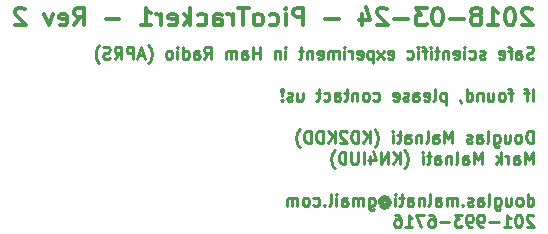
<source format=gbr>
G04 #@! TF.GenerationSoftware,KiCad,Pcbnew,(5.1.0)-1*
G04 #@! TF.CreationDate,2019-05-24T17:14:51-04:00*
G04 #@! TF.ProjectId,PicoTracker1Rev2,5069636f-5472-4616-936b-657231526576,rev?*
G04 #@! TF.SameCoordinates,Original*
G04 #@! TF.FileFunction,Legend,Bot*
G04 #@! TF.FilePolarity,Positive*
%FSLAX46Y46*%
G04 Gerber Fmt 4.6, Leading zero omitted, Abs format (unit mm)*
G04 Created by KiCad (PCBNEW (5.1.0)-1) date 2019-05-24 17:14:51*
%MOMM*%
%LPD*%
G04 APERTURE LIST*
%ADD10C,0.254000*%
%ADD11C,0.300000*%
G04 APERTURE END LIST*
D10*
X230781376Y-173004238D02*
X230636233Y-173052619D01*
X230394328Y-173052619D01*
X230297566Y-173004238D01*
X230249185Y-172955857D01*
X230200804Y-172859095D01*
X230200804Y-172762333D01*
X230249185Y-172665571D01*
X230297566Y-172617190D01*
X230394328Y-172568809D01*
X230587852Y-172520428D01*
X230684614Y-172472047D01*
X230732995Y-172423666D01*
X230781376Y-172326904D01*
X230781376Y-172230142D01*
X230732995Y-172133380D01*
X230684614Y-172085000D01*
X230587852Y-172036619D01*
X230345947Y-172036619D01*
X230200804Y-172085000D01*
X229329947Y-173052619D02*
X229329947Y-172520428D01*
X229378328Y-172423666D01*
X229475090Y-172375285D01*
X229668614Y-172375285D01*
X229765376Y-172423666D01*
X229329947Y-173004238D02*
X229426709Y-173052619D01*
X229668614Y-173052619D01*
X229765376Y-173004238D01*
X229813757Y-172907476D01*
X229813757Y-172810714D01*
X229765376Y-172713952D01*
X229668614Y-172665571D01*
X229426709Y-172665571D01*
X229329947Y-172617190D01*
X228991280Y-172375285D02*
X228604233Y-172375285D01*
X228846138Y-173052619D02*
X228846138Y-172181761D01*
X228797757Y-172085000D01*
X228700995Y-172036619D01*
X228604233Y-172036619D01*
X227878519Y-173004238D02*
X227975280Y-173052619D01*
X228168804Y-173052619D01*
X228265566Y-173004238D01*
X228313947Y-172907476D01*
X228313947Y-172520428D01*
X228265566Y-172423666D01*
X228168804Y-172375285D01*
X227975280Y-172375285D01*
X227878519Y-172423666D01*
X227830138Y-172520428D01*
X227830138Y-172617190D01*
X228313947Y-172713952D01*
X226668995Y-173004238D02*
X226572233Y-173052619D01*
X226378709Y-173052619D01*
X226281947Y-173004238D01*
X226233566Y-172907476D01*
X226233566Y-172859095D01*
X226281947Y-172762333D01*
X226378709Y-172713952D01*
X226523852Y-172713952D01*
X226620614Y-172665571D01*
X226668995Y-172568809D01*
X226668995Y-172520428D01*
X226620614Y-172423666D01*
X226523852Y-172375285D01*
X226378709Y-172375285D01*
X226281947Y-172423666D01*
X225362709Y-173004238D02*
X225459471Y-173052619D01*
X225652995Y-173052619D01*
X225749757Y-173004238D01*
X225798138Y-172955857D01*
X225846519Y-172859095D01*
X225846519Y-172568809D01*
X225798138Y-172472047D01*
X225749757Y-172423666D01*
X225652995Y-172375285D01*
X225459471Y-172375285D01*
X225362709Y-172423666D01*
X224927280Y-173052619D02*
X224927280Y-172375285D01*
X224927280Y-172036619D02*
X224975661Y-172085000D01*
X224927280Y-172133380D01*
X224878900Y-172085000D01*
X224927280Y-172036619D01*
X224927280Y-172133380D01*
X224056423Y-173004238D02*
X224153185Y-173052619D01*
X224346709Y-173052619D01*
X224443471Y-173004238D01*
X224491852Y-172907476D01*
X224491852Y-172520428D01*
X224443471Y-172423666D01*
X224346709Y-172375285D01*
X224153185Y-172375285D01*
X224056423Y-172423666D01*
X224008042Y-172520428D01*
X224008042Y-172617190D01*
X224491852Y-172713952D01*
X223572614Y-172375285D02*
X223572614Y-173052619D01*
X223572614Y-172472047D02*
X223524233Y-172423666D01*
X223427471Y-172375285D01*
X223282328Y-172375285D01*
X223185566Y-172423666D01*
X223137185Y-172520428D01*
X223137185Y-173052619D01*
X222798519Y-172375285D02*
X222411471Y-172375285D01*
X222653376Y-172036619D02*
X222653376Y-172907476D01*
X222604995Y-173004238D01*
X222508233Y-173052619D01*
X222411471Y-173052619D01*
X222072804Y-173052619D02*
X222072804Y-172375285D01*
X222072804Y-172036619D02*
X222121185Y-172085000D01*
X222072804Y-172133380D01*
X222024423Y-172085000D01*
X222072804Y-172036619D01*
X222072804Y-172133380D01*
X221734138Y-172375285D02*
X221347090Y-172375285D01*
X221588995Y-173052619D02*
X221588995Y-172181761D01*
X221540614Y-172085000D01*
X221443852Y-172036619D01*
X221347090Y-172036619D01*
X221008423Y-173052619D02*
X221008423Y-172375285D01*
X221008423Y-172036619D02*
X221056804Y-172085000D01*
X221008423Y-172133380D01*
X220960042Y-172085000D01*
X221008423Y-172036619D01*
X221008423Y-172133380D01*
X220089185Y-173004238D02*
X220185947Y-173052619D01*
X220379471Y-173052619D01*
X220476233Y-173004238D01*
X220524614Y-172955857D01*
X220572995Y-172859095D01*
X220572995Y-172568809D01*
X220524614Y-172472047D01*
X220476233Y-172423666D01*
X220379471Y-172375285D01*
X220185947Y-172375285D01*
X220089185Y-172423666D01*
X218492614Y-173004238D02*
X218589376Y-173052619D01*
X218782900Y-173052619D01*
X218879661Y-173004238D01*
X218928042Y-172907476D01*
X218928042Y-172520428D01*
X218879661Y-172423666D01*
X218782900Y-172375285D01*
X218589376Y-172375285D01*
X218492614Y-172423666D01*
X218444233Y-172520428D01*
X218444233Y-172617190D01*
X218928042Y-172713952D01*
X218105566Y-173052619D02*
X217573376Y-172375285D01*
X218105566Y-172375285D02*
X217573376Y-173052619D01*
X217186328Y-172375285D02*
X217186328Y-173391285D01*
X217186328Y-172423666D02*
X217089566Y-172375285D01*
X216896042Y-172375285D01*
X216799280Y-172423666D01*
X216750900Y-172472047D01*
X216702519Y-172568809D01*
X216702519Y-172859095D01*
X216750900Y-172955857D01*
X216799280Y-173004238D01*
X216896042Y-173052619D01*
X217089566Y-173052619D01*
X217186328Y-173004238D01*
X215880042Y-173004238D02*
X215976804Y-173052619D01*
X216170328Y-173052619D01*
X216267090Y-173004238D01*
X216315471Y-172907476D01*
X216315471Y-172520428D01*
X216267090Y-172423666D01*
X216170328Y-172375285D01*
X215976804Y-172375285D01*
X215880042Y-172423666D01*
X215831661Y-172520428D01*
X215831661Y-172617190D01*
X216315471Y-172713952D01*
X215396233Y-173052619D02*
X215396233Y-172375285D01*
X215396233Y-172568809D02*
X215347852Y-172472047D01*
X215299471Y-172423666D01*
X215202709Y-172375285D01*
X215105947Y-172375285D01*
X214767280Y-173052619D02*
X214767280Y-172375285D01*
X214767280Y-172036619D02*
X214815661Y-172085000D01*
X214767280Y-172133380D01*
X214718900Y-172085000D01*
X214767280Y-172036619D01*
X214767280Y-172133380D01*
X214283471Y-173052619D02*
X214283471Y-172375285D01*
X214283471Y-172472047D02*
X214235090Y-172423666D01*
X214138328Y-172375285D01*
X213993185Y-172375285D01*
X213896423Y-172423666D01*
X213848042Y-172520428D01*
X213848042Y-173052619D01*
X213848042Y-172520428D02*
X213799661Y-172423666D01*
X213702900Y-172375285D01*
X213557757Y-172375285D01*
X213460995Y-172423666D01*
X213412614Y-172520428D01*
X213412614Y-173052619D01*
X212541757Y-173004238D02*
X212638519Y-173052619D01*
X212832042Y-173052619D01*
X212928804Y-173004238D01*
X212977185Y-172907476D01*
X212977185Y-172520428D01*
X212928804Y-172423666D01*
X212832042Y-172375285D01*
X212638519Y-172375285D01*
X212541757Y-172423666D01*
X212493376Y-172520428D01*
X212493376Y-172617190D01*
X212977185Y-172713952D01*
X212057947Y-172375285D02*
X212057947Y-173052619D01*
X212057947Y-172472047D02*
X212009566Y-172423666D01*
X211912804Y-172375285D01*
X211767661Y-172375285D01*
X211670900Y-172423666D01*
X211622519Y-172520428D01*
X211622519Y-173052619D01*
X211283852Y-172375285D02*
X210896804Y-172375285D01*
X211138709Y-172036619D02*
X211138709Y-172907476D01*
X211090328Y-173004238D01*
X210993566Y-173052619D01*
X210896804Y-173052619D01*
X209784042Y-173052619D02*
X209784042Y-172375285D01*
X209784042Y-172036619D02*
X209832423Y-172085000D01*
X209784042Y-172133380D01*
X209735661Y-172085000D01*
X209784042Y-172036619D01*
X209784042Y-172133380D01*
X209300233Y-172375285D02*
X209300233Y-173052619D01*
X209300233Y-172472047D02*
X209251852Y-172423666D01*
X209155090Y-172375285D01*
X209009947Y-172375285D01*
X208913185Y-172423666D01*
X208864804Y-172520428D01*
X208864804Y-173052619D01*
X207606900Y-173052619D02*
X207606900Y-172036619D01*
X207606900Y-172520428D02*
X207026328Y-172520428D01*
X207026328Y-173052619D02*
X207026328Y-172036619D01*
X206107090Y-173052619D02*
X206107090Y-172520428D01*
X206155471Y-172423666D01*
X206252233Y-172375285D01*
X206445757Y-172375285D01*
X206542519Y-172423666D01*
X206107090Y-173004238D02*
X206203852Y-173052619D01*
X206445757Y-173052619D01*
X206542519Y-173004238D01*
X206590900Y-172907476D01*
X206590900Y-172810714D01*
X206542519Y-172713952D01*
X206445757Y-172665571D01*
X206203852Y-172665571D01*
X206107090Y-172617190D01*
X205623280Y-173052619D02*
X205623280Y-172375285D01*
X205623280Y-172472047D02*
X205574900Y-172423666D01*
X205478138Y-172375285D01*
X205332995Y-172375285D01*
X205236233Y-172423666D01*
X205187852Y-172520428D01*
X205187852Y-173052619D01*
X205187852Y-172520428D02*
X205139471Y-172423666D01*
X205042709Y-172375285D01*
X204897566Y-172375285D01*
X204800804Y-172423666D01*
X204752423Y-172520428D01*
X204752423Y-173052619D01*
X202913947Y-173052619D02*
X203252614Y-172568809D01*
X203494519Y-173052619D02*
X203494519Y-172036619D01*
X203107471Y-172036619D01*
X203010709Y-172085000D01*
X202962328Y-172133380D01*
X202913947Y-172230142D01*
X202913947Y-172375285D01*
X202962328Y-172472047D01*
X203010709Y-172520428D01*
X203107471Y-172568809D01*
X203494519Y-172568809D01*
X202043090Y-173052619D02*
X202043090Y-172520428D01*
X202091471Y-172423666D01*
X202188233Y-172375285D01*
X202381757Y-172375285D01*
X202478519Y-172423666D01*
X202043090Y-173004238D02*
X202139852Y-173052619D01*
X202381757Y-173052619D01*
X202478519Y-173004238D01*
X202526900Y-172907476D01*
X202526900Y-172810714D01*
X202478519Y-172713952D01*
X202381757Y-172665571D01*
X202139852Y-172665571D01*
X202043090Y-172617190D01*
X201123852Y-173052619D02*
X201123852Y-172036619D01*
X201123852Y-173004238D02*
X201220614Y-173052619D01*
X201414138Y-173052619D01*
X201510900Y-173004238D01*
X201559280Y-172955857D01*
X201607661Y-172859095D01*
X201607661Y-172568809D01*
X201559280Y-172472047D01*
X201510900Y-172423666D01*
X201414138Y-172375285D01*
X201220614Y-172375285D01*
X201123852Y-172423666D01*
X200640042Y-173052619D02*
X200640042Y-172375285D01*
X200640042Y-172036619D02*
X200688423Y-172085000D01*
X200640042Y-172133380D01*
X200591661Y-172085000D01*
X200640042Y-172036619D01*
X200640042Y-172133380D01*
X200011090Y-173052619D02*
X200107852Y-173004238D01*
X200156233Y-172955857D01*
X200204614Y-172859095D01*
X200204614Y-172568809D01*
X200156233Y-172472047D01*
X200107852Y-172423666D01*
X200011090Y-172375285D01*
X199865947Y-172375285D01*
X199769185Y-172423666D01*
X199720804Y-172472047D01*
X199672423Y-172568809D01*
X199672423Y-172859095D01*
X199720804Y-172955857D01*
X199769185Y-173004238D01*
X199865947Y-173052619D01*
X200011090Y-173052619D01*
X198172614Y-173439666D02*
X198220995Y-173391285D01*
X198317757Y-173246142D01*
X198366138Y-173149380D01*
X198414519Y-173004238D01*
X198462900Y-172762333D01*
X198462900Y-172568809D01*
X198414519Y-172326904D01*
X198366138Y-172181761D01*
X198317757Y-172085000D01*
X198220995Y-171939857D01*
X198172614Y-171891476D01*
X197833947Y-172762333D02*
X197350138Y-172762333D01*
X197930709Y-173052619D02*
X197592042Y-172036619D01*
X197253376Y-173052619D01*
X196914709Y-173052619D02*
X196914709Y-172036619D01*
X196527661Y-172036619D01*
X196430900Y-172085000D01*
X196382519Y-172133380D01*
X196334138Y-172230142D01*
X196334138Y-172375285D01*
X196382519Y-172472047D01*
X196430900Y-172520428D01*
X196527661Y-172568809D01*
X196914709Y-172568809D01*
X195318138Y-173052619D02*
X195656804Y-172568809D01*
X195898709Y-173052619D02*
X195898709Y-172036619D01*
X195511661Y-172036619D01*
X195414900Y-172085000D01*
X195366519Y-172133380D01*
X195318138Y-172230142D01*
X195318138Y-172375285D01*
X195366519Y-172472047D01*
X195414900Y-172520428D01*
X195511661Y-172568809D01*
X195898709Y-172568809D01*
X194931090Y-173004238D02*
X194785947Y-173052619D01*
X194544042Y-173052619D01*
X194447280Y-173004238D01*
X194398900Y-172955857D01*
X194350519Y-172859095D01*
X194350519Y-172762333D01*
X194398900Y-172665571D01*
X194447280Y-172617190D01*
X194544042Y-172568809D01*
X194737566Y-172520428D01*
X194834328Y-172472047D01*
X194882709Y-172423666D01*
X194931090Y-172326904D01*
X194931090Y-172230142D01*
X194882709Y-172133380D01*
X194834328Y-172085000D01*
X194737566Y-172036619D01*
X194495661Y-172036619D01*
X194350519Y-172085000D01*
X194011852Y-173439666D02*
X193963471Y-173391285D01*
X193866709Y-173246142D01*
X193818328Y-173149380D01*
X193769947Y-173004238D01*
X193721566Y-172762333D01*
X193721566Y-172568809D01*
X193769947Y-172326904D01*
X193818328Y-172181761D01*
X193866709Y-172085000D01*
X193963471Y-171939857D01*
X194011852Y-171891476D01*
X230732995Y-176608619D02*
X230732995Y-175592619D01*
X230394328Y-175931285D02*
X230007280Y-175931285D01*
X230249185Y-176608619D02*
X230249185Y-175737761D01*
X230200804Y-175641000D01*
X230104042Y-175592619D01*
X230007280Y-175592619D01*
X229039661Y-175931285D02*
X228652614Y-175931285D01*
X228894519Y-176608619D02*
X228894519Y-175737761D01*
X228846138Y-175641000D01*
X228749376Y-175592619D01*
X228652614Y-175592619D01*
X228168804Y-176608619D02*
X228265566Y-176560238D01*
X228313947Y-176511857D01*
X228362328Y-176415095D01*
X228362328Y-176124809D01*
X228313947Y-176028047D01*
X228265566Y-175979666D01*
X228168804Y-175931285D01*
X228023661Y-175931285D01*
X227926900Y-175979666D01*
X227878519Y-176028047D01*
X227830138Y-176124809D01*
X227830138Y-176415095D01*
X227878519Y-176511857D01*
X227926900Y-176560238D01*
X228023661Y-176608619D01*
X228168804Y-176608619D01*
X226959280Y-175931285D02*
X226959280Y-176608619D01*
X227394709Y-175931285D02*
X227394709Y-176463476D01*
X227346328Y-176560238D01*
X227249566Y-176608619D01*
X227104423Y-176608619D01*
X227007661Y-176560238D01*
X226959280Y-176511857D01*
X226475471Y-175931285D02*
X226475471Y-176608619D01*
X226475471Y-176028047D02*
X226427090Y-175979666D01*
X226330328Y-175931285D01*
X226185185Y-175931285D01*
X226088423Y-175979666D01*
X226040042Y-176076428D01*
X226040042Y-176608619D01*
X225120804Y-176608619D02*
X225120804Y-175592619D01*
X225120804Y-176560238D02*
X225217566Y-176608619D01*
X225411090Y-176608619D01*
X225507852Y-176560238D01*
X225556233Y-176511857D01*
X225604614Y-176415095D01*
X225604614Y-176124809D01*
X225556233Y-176028047D01*
X225507852Y-175979666D01*
X225411090Y-175931285D01*
X225217566Y-175931285D01*
X225120804Y-175979666D01*
X224588614Y-176560238D02*
X224588614Y-176608619D01*
X224636995Y-176705380D01*
X224685376Y-176753761D01*
X223379090Y-175931285D02*
X223379090Y-176947285D01*
X223379090Y-175979666D02*
X223282328Y-175931285D01*
X223088804Y-175931285D01*
X222992042Y-175979666D01*
X222943661Y-176028047D01*
X222895280Y-176124809D01*
X222895280Y-176415095D01*
X222943661Y-176511857D01*
X222992042Y-176560238D01*
X223088804Y-176608619D01*
X223282328Y-176608619D01*
X223379090Y-176560238D01*
X222314709Y-176608619D02*
X222411471Y-176560238D01*
X222459852Y-176463476D01*
X222459852Y-175592619D01*
X221540614Y-176560238D02*
X221637376Y-176608619D01*
X221830900Y-176608619D01*
X221927661Y-176560238D01*
X221976042Y-176463476D01*
X221976042Y-176076428D01*
X221927661Y-175979666D01*
X221830900Y-175931285D01*
X221637376Y-175931285D01*
X221540614Y-175979666D01*
X221492233Y-176076428D01*
X221492233Y-176173190D01*
X221976042Y-176269952D01*
X220621376Y-176608619D02*
X220621376Y-176076428D01*
X220669757Y-175979666D01*
X220766519Y-175931285D01*
X220960042Y-175931285D01*
X221056804Y-175979666D01*
X220621376Y-176560238D02*
X220718138Y-176608619D01*
X220960042Y-176608619D01*
X221056804Y-176560238D01*
X221105185Y-176463476D01*
X221105185Y-176366714D01*
X221056804Y-176269952D01*
X220960042Y-176221571D01*
X220718138Y-176221571D01*
X220621376Y-176173190D01*
X220185947Y-176560238D02*
X220089185Y-176608619D01*
X219895661Y-176608619D01*
X219798900Y-176560238D01*
X219750519Y-176463476D01*
X219750519Y-176415095D01*
X219798900Y-176318333D01*
X219895661Y-176269952D01*
X220040804Y-176269952D01*
X220137566Y-176221571D01*
X220185947Y-176124809D01*
X220185947Y-176076428D01*
X220137566Y-175979666D01*
X220040804Y-175931285D01*
X219895661Y-175931285D01*
X219798900Y-175979666D01*
X218928042Y-176560238D02*
X219024804Y-176608619D01*
X219218328Y-176608619D01*
X219315090Y-176560238D01*
X219363471Y-176463476D01*
X219363471Y-176076428D01*
X219315090Y-175979666D01*
X219218328Y-175931285D01*
X219024804Y-175931285D01*
X218928042Y-175979666D01*
X218879661Y-176076428D01*
X218879661Y-176173190D01*
X219363471Y-176269952D01*
X217234709Y-176560238D02*
X217331471Y-176608619D01*
X217524995Y-176608619D01*
X217621757Y-176560238D01*
X217670138Y-176511857D01*
X217718519Y-176415095D01*
X217718519Y-176124809D01*
X217670138Y-176028047D01*
X217621757Y-175979666D01*
X217524995Y-175931285D01*
X217331471Y-175931285D01*
X217234709Y-175979666D01*
X216654138Y-176608619D02*
X216750900Y-176560238D01*
X216799280Y-176511857D01*
X216847661Y-176415095D01*
X216847661Y-176124809D01*
X216799280Y-176028047D01*
X216750900Y-175979666D01*
X216654138Y-175931285D01*
X216508995Y-175931285D01*
X216412233Y-175979666D01*
X216363852Y-176028047D01*
X216315471Y-176124809D01*
X216315471Y-176415095D01*
X216363852Y-176511857D01*
X216412233Y-176560238D01*
X216508995Y-176608619D01*
X216654138Y-176608619D01*
X215880042Y-175931285D02*
X215880042Y-176608619D01*
X215880042Y-176028047D02*
X215831661Y-175979666D01*
X215734900Y-175931285D01*
X215589757Y-175931285D01*
X215492995Y-175979666D01*
X215444614Y-176076428D01*
X215444614Y-176608619D01*
X215105947Y-175931285D02*
X214718900Y-175931285D01*
X214960804Y-175592619D02*
X214960804Y-176463476D01*
X214912423Y-176560238D01*
X214815661Y-176608619D01*
X214718900Y-176608619D01*
X213944804Y-176608619D02*
X213944804Y-176076428D01*
X213993185Y-175979666D01*
X214089947Y-175931285D01*
X214283471Y-175931285D01*
X214380233Y-175979666D01*
X213944804Y-176560238D02*
X214041566Y-176608619D01*
X214283471Y-176608619D01*
X214380233Y-176560238D01*
X214428614Y-176463476D01*
X214428614Y-176366714D01*
X214380233Y-176269952D01*
X214283471Y-176221571D01*
X214041566Y-176221571D01*
X213944804Y-176173190D01*
X213025566Y-176560238D02*
X213122328Y-176608619D01*
X213315852Y-176608619D01*
X213412614Y-176560238D01*
X213460995Y-176511857D01*
X213509376Y-176415095D01*
X213509376Y-176124809D01*
X213460995Y-176028047D01*
X213412614Y-175979666D01*
X213315852Y-175931285D01*
X213122328Y-175931285D01*
X213025566Y-175979666D01*
X212735280Y-175931285D02*
X212348233Y-175931285D01*
X212590138Y-175592619D02*
X212590138Y-176463476D01*
X212541757Y-176560238D01*
X212444995Y-176608619D01*
X212348233Y-176608619D01*
X210800042Y-175931285D02*
X210800042Y-176608619D01*
X211235471Y-175931285D02*
X211235471Y-176463476D01*
X211187090Y-176560238D01*
X211090328Y-176608619D01*
X210945185Y-176608619D01*
X210848423Y-176560238D01*
X210800042Y-176511857D01*
X210364614Y-176560238D02*
X210267852Y-176608619D01*
X210074328Y-176608619D01*
X209977566Y-176560238D01*
X209929185Y-176463476D01*
X209929185Y-176415095D01*
X209977566Y-176318333D01*
X210074328Y-176269952D01*
X210219471Y-176269952D01*
X210316233Y-176221571D01*
X210364614Y-176124809D01*
X210364614Y-176076428D01*
X210316233Y-175979666D01*
X210219471Y-175931285D01*
X210074328Y-175931285D01*
X209977566Y-175979666D01*
X209493757Y-176511857D02*
X209445376Y-176560238D01*
X209493757Y-176608619D01*
X209542138Y-176560238D01*
X209493757Y-176511857D01*
X209493757Y-176608619D01*
X209493757Y-176221571D02*
X209542138Y-175641000D01*
X209493757Y-175592619D01*
X209445376Y-175641000D01*
X209493757Y-176221571D01*
X209493757Y-175592619D01*
X230732995Y-180164619D02*
X230732995Y-179148619D01*
X230491090Y-179148619D01*
X230345947Y-179197000D01*
X230249185Y-179293761D01*
X230200804Y-179390523D01*
X230152423Y-179584047D01*
X230152423Y-179729190D01*
X230200804Y-179922714D01*
X230249185Y-180019476D01*
X230345947Y-180116238D01*
X230491090Y-180164619D01*
X230732995Y-180164619D01*
X229571852Y-180164619D02*
X229668614Y-180116238D01*
X229716995Y-180067857D01*
X229765376Y-179971095D01*
X229765376Y-179680809D01*
X229716995Y-179584047D01*
X229668614Y-179535666D01*
X229571852Y-179487285D01*
X229426709Y-179487285D01*
X229329947Y-179535666D01*
X229281566Y-179584047D01*
X229233185Y-179680809D01*
X229233185Y-179971095D01*
X229281566Y-180067857D01*
X229329947Y-180116238D01*
X229426709Y-180164619D01*
X229571852Y-180164619D01*
X228362328Y-179487285D02*
X228362328Y-180164619D01*
X228797757Y-179487285D02*
X228797757Y-180019476D01*
X228749376Y-180116238D01*
X228652614Y-180164619D01*
X228507471Y-180164619D01*
X228410709Y-180116238D01*
X228362328Y-180067857D01*
X227443090Y-179487285D02*
X227443090Y-180309761D01*
X227491471Y-180406523D01*
X227539852Y-180454904D01*
X227636614Y-180503285D01*
X227781757Y-180503285D01*
X227878519Y-180454904D01*
X227443090Y-180116238D02*
X227539852Y-180164619D01*
X227733376Y-180164619D01*
X227830138Y-180116238D01*
X227878519Y-180067857D01*
X227926900Y-179971095D01*
X227926900Y-179680809D01*
X227878519Y-179584047D01*
X227830138Y-179535666D01*
X227733376Y-179487285D01*
X227539852Y-179487285D01*
X227443090Y-179535666D01*
X226814138Y-180164619D02*
X226910900Y-180116238D01*
X226959280Y-180019476D01*
X226959280Y-179148619D01*
X225991661Y-180164619D02*
X225991661Y-179632428D01*
X226040042Y-179535666D01*
X226136804Y-179487285D01*
X226330328Y-179487285D01*
X226427090Y-179535666D01*
X225991661Y-180116238D02*
X226088423Y-180164619D01*
X226330328Y-180164619D01*
X226427090Y-180116238D01*
X226475471Y-180019476D01*
X226475471Y-179922714D01*
X226427090Y-179825952D01*
X226330328Y-179777571D01*
X226088423Y-179777571D01*
X225991661Y-179729190D01*
X225556233Y-180116238D02*
X225459471Y-180164619D01*
X225265947Y-180164619D01*
X225169185Y-180116238D01*
X225120804Y-180019476D01*
X225120804Y-179971095D01*
X225169185Y-179874333D01*
X225265947Y-179825952D01*
X225411090Y-179825952D01*
X225507852Y-179777571D01*
X225556233Y-179680809D01*
X225556233Y-179632428D01*
X225507852Y-179535666D01*
X225411090Y-179487285D01*
X225265947Y-179487285D01*
X225169185Y-179535666D01*
X223911280Y-180164619D02*
X223911280Y-179148619D01*
X223572614Y-179874333D01*
X223233947Y-179148619D01*
X223233947Y-180164619D01*
X222314709Y-180164619D02*
X222314709Y-179632428D01*
X222363090Y-179535666D01*
X222459852Y-179487285D01*
X222653376Y-179487285D01*
X222750138Y-179535666D01*
X222314709Y-180116238D02*
X222411471Y-180164619D01*
X222653376Y-180164619D01*
X222750138Y-180116238D01*
X222798519Y-180019476D01*
X222798519Y-179922714D01*
X222750138Y-179825952D01*
X222653376Y-179777571D01*
X222411471Y-179777571D01*
X222314709Y-179729190D01*
X221685757Y-180164619D02*
X221782519Y-180116238D01*
X221830900Y-180019476D01*
X221830900Y-179148619D01*
X221298709Y-179487285D02*
X221298709Y-180164619D01*
X221298709Y-179584047D02*
X221250328Y-179535666D01*
X221153566Y-179487285D01*
X221008423Y-179487285D01*
X220911661Y-179535666D01*
X220863280Y-179632428D01*
X220863280Y-180164619D01*
X219944042Y-180164619D02*
X219944042Y-179632428D01*
X219992423Y-179535666D01*
X220089185Y-179487285D01*
X220282709Y-179487285D01*
X220379471Y-179535666D01*
X219944042Y-180116238D02*
X220040804Y-180164619D01*
X220282709Y-180164619D01*
X220379471Y-180116238D01*
X220427852Y-180019476D01*
X220427852Y-179922714D01*
X220379471Y-179825952D01*
X220282709Y-179777571D01*
X220040804Y-179777571D01*
X219944042Y-179729190D01*
X219605376Y-179487285D02*
X219218328Y-179487285D01*
X219460233Y-179148619D02*
X219460233Y-180019476D01*
X219411852Y-180116238D01*
X219315090Y-180164619D01*
X219218328Y-180164619D01*
X218879661Y-180164619D02*
X218879661Y-179487285D01*
X218879661Y-179148619D02*
X218928042Y-179197000D01*
X218879661Y-179245380D01*
X218831280Y-179197000D01*
X218879661Y-179148619D01*
X218879661Y-179245380D01*
X217331471Y-180551666D02*
X217379852Y-180503285D01*
X217476614Y-180358142D01*
X217524995Y-180261380D01*
X217573376Y-180116238D01*
X217621757Y-179874333D01*
X217621757Y-179680809D01*
X217573376Y-179438904D01*
X217524995Y-179293761D01*
X217476614Y-179197000D01*
X217379852Y-179051857D01*
X217331471Y-179003476D01*
X216944423Y-180164619D02*
X216944423Y-179148619D01*
X216363852Y-180164619D02*
X216799280Y-179584047D01*
X216363852Y-179148619D02*
X216944423Y-179729190D01*
X215928423Y-180164619D02*
X215928423Y-179148619D01*
X215686519Y-179148619D01*
X215541376Y-179197000D01*
X215444614Y-179293761D01*
X215396233Y-179390523D01*
X215347852Y-179584047D01*
X215347852Y-179729190D01*
X215396233Y-179922714D01*
X215444614Y-180019476D01*
X215541376Y-180116238D01*
X215686519Y-180164619D01*
X215928423Y-180164619D01*
X214960804Y-179245380D02*
X214912423Y-179197000D01*
X214815661Y-179148619D01*
X214573757Y-179148619D01*
X214476995Y-179197000D01*
X214428614Y-179245380D01*
X214380233Y-179342142D01*
X214380233Y-179438904D01*
X214428614Y-179584047D01*
X215009185Y-180164619D01*
X214380233Y-180164619D01*
X213944804Y-180164619D02*
X213944804Y-179148619D01*
X213364233Y-180164619D02*
X213799661Y-179584047D01*
X213364233Y-179148619D02*
X213944804Y-179729190D01*
X212928804Y-180164619D02*
X212928804Y-179148619D01*
X212686900Y-179148619D01*
X212541757Y-179197000D01*
X212444995Y-179293761D01*
X212396614Y-179390523D01*
X212348233Y-179584047D01*
X212348233Y-179729190D01*
X212396614Y-179922714D01*
X212444995Y-180019476D01*
X212541757Y-180116238D01*
X212686900Y-180164619D01*
X212928804Y-180164619D01*
X211912804Y-180164619D02*
X211912804Y-179148619D01*
X211670900Y-179148619D01*
X211525757Y-179197000D01*
X211428995Y-179293761D01*
X211380614Y-179390523D01*
X211332233Y-179584047D01*
X211332233Y-179729190D01*
X211380614Y-179922714D01*
X211428995Y-180019476D01*
X211525757Y-180116238D01*
X211670900Y-180164619D01*
X211912804Y-180164619D01*
X210993566Y-180551666D02*
X210945185Y-180503285D01*
X210848423Y-180358142D01*
X210800042Y-180261380D01*
X210751661Y-180116238D01*
X210703280Y-179874333D01*
X210703280Y-179680809D01*
X210751661Y-179438904D01*
X210800042Y-179293761D01*
X210848423Y-179197000D01*
X210945185Y-179051857D01*
X210993566Y-179003476D01*
X230732995Y-181942619D02*
X230732995Y-180926619D01*
X230394328Y-181652333D01*
X230055661Y-180926619D01*
X230055661Y-181942619D01*
X229136423Y-181942619D02*
X229136423Y-181410428D01*
X229184804Y-181313666D01*
X229281566Y-181265285D01*
X229475090Y-181265285D01*
X229571852Y-181313666D01*
X229136423Y-181894238D02*
X229233185Y-181942619D01*
X229475090Y-181942619D01*
X229571852Y-181894238D01*
X229620233Y-181797476D01*
X229620233Y-181700714D01*
X229571852Y-181603952D01*
X229475090Y-181555571D01*
X229233185Y-181555571D01*
X229136423Y-181507190D01*
X228652614Y-181942619D02*
X228652614Y-181265285D01*
X228652614Y-181458809D02*
X228604233Y-181362047D01*
X228555852Y-181313666D01*
X228459090Y-181265285D01*
X228362328Y-181265285D01*
X228023661Y-181942619D02*
X228023661Y-180926619D01*
X227926900Y-181555571D02*
X227636614Y-181942619D01*
X227636614Y-181265285D02*
X228023661Y-181652333D01*
X226427090Y-181942619D02*
X226427090Y-180926619D01*
X226088423Y-181652333D01*
X225749757Y-180926619D01*
X225749757Y-181942619D01*
X224830519Y-181942619D02*
X224830519Y-181410428D01*
X224878900Y-181313666D01*
X224975661Y-181265285D01*
X225169185Y-181265285D01*
X225265947Y-181313666D01*
X224830519Y-181894238D02*
X224927280Y-181942619D01*
X225169185Y-181942619D01*
X225265947Y-181894238D01*
X225314328Y-181797476D01*
X225314328Y-181700714D01*
X225265947Y-181603952D01*
X225169185Y-181555571D01*
X224927280Y-181555571D01*
X224830519Y-181507190D01*
X224201566Y-181942619D02*
X224298328Y-181894238D01*
X224346709Y-181797476D01*
X224346709Y-180926619D01*
X223814519Y-181265285D02*
X223814519Y-181942619D01*
X223814519Y-181362047D02*
X223766138Y-181313666D01*
X223669376Y-181265285D01*
X223524233Y-181265285D01*
X223427471Y-181313666D01*
X223379090Y-181410428D01*
X223379090Y-181942619D01*
X222459852Y-181942619D02*
X222459852Y-181410428D01*
X222508233Y-181313666D01*
X222604995Y-181265285D01*
X222798519Y-181265285D01*
X222895280Y-181313666D01*
X222459852Y-181894238D02*
X222556614Y-181942619D01*
X222798519Y-181942619D01*
X222895280Y-181894238D01*
X222943661Y-181797476D01*
X222943661Y-181700714D01*
X222895280Y-181603952D01*
X222798519Y-181555571D01*
X222556614Y-181555571D01*
X222459852Y-181507190D01*
X222121185Y-181265285D02*
X221734138Y-181265285D01*
X221976042Y-180926619D02*
X221976042Y-181797476D01*
X221927661Y-181894238D01*
X221830900Y-181942619D01*
X221734138Y-181942619D01*
X221395471Y-181942619D02*
X221395471Y-181265285D01*
X221395471Y-180926619D02*
X221443852Y-180975000D01*
X221395471Y-181023380D01*
X221347090Y-180975000D01*
X221395471Y-180926619D01*
X221395471Y-181023380D01*
X219847280Y-182329666D02*
X219895661Y-182281285D01*
X219992423Y-182136142D01*
X220040804Y-182039380D01*
X220089185Y-181894238D01*
X220137566Y-181652333D01*
X220137566Y-181458809D01*
X220089185Y-181216904D01*
X220040804Y-181071761D01*
X219992423Y-180975000D01*
X219895661Y-180829857D01*
X219847280Y-180781476D01*
X219460233Y-181942619D02*
X219460233Y-180926619D01*
X218879661Y-181942619D02*
X219315090Y-181362047D01*
X218879661Y-180926619D02*
X219460233Y-181507190D01*
X218444233Y-181942619D02*
X218444233Y-180926619D01*
X217863661Y-181942619D01*
X217863661Y-180926619D01*
X216944423Y-181265285D02*
X216944423Y-181942619D01*
X217186328Y-180878238D02*
X217428233Y-181603952D01*
X216799280Y-181603952D01*
X216412233Y-181942619D02*
X216412233Y-180926619D01*
X215928423Y-180926619D02*
X215928423Y-181749095D01*
X215880042Y-181845857D01*
X215831661Y-181894238D01*
X215734900Y-181942619D01*
X215541376Y-181942619D01*
X215444614Y-181894238D01*
X215396233Y-181845857D01*
X215347852Y-181749095D01*
X215347852Y-180926619D01*
X214864042Y-181942619D02*
X214864042Y-180926619D01*
X214622138Y-180926619D01*
X214476995Y-180975000D01*
X214380233Y-181071761D01*
X214331852Y-181168523D01*
X214283471Y-181362047D01*
X214283471Y-181507190D01*
X214331852Y-181700714D01*
X214380233Y-181797476D01*
X214476995Y-181894238D01*
X214622138Y-181942619D01*
X214864042Y-181942619D01*
X213944804Y-182329666D02*
X213896423Y-182281285D01*
X213799661Y-182136142D01*
X213751280Y-182039380D01*
X213702900Y-181894238D01*
X213654519Y-181652333D01*
X213654519Y-181458809D01*
X213702900Y-181216904D01*
X213751280Y-181071761D01*
X213799661Y-180975000D01*
X213896423Y-180829857D01*
X213944804Y-180781476D01*
X230297566Y-185498619D02*
X230297566Y-184482619D01*
X230297566Y-185450238D02*
X230394328Y-185498619D01*
X230587852Y-185498619D01*
X230684614Y-185450238D01*
X230732995Y-185401857D01*
X230781376Y-185305095D01*
X230781376Y-185014809D01*
X230732995Y-184918047D01*
X230684614Y-184869666D01*
X230587852Y-184821285D01*
X230394328Y-184821285D01*
X230297566Y-184869666D01*
X229668614Y-185498619D02*
X229765376Y-185450238D01*
X229813757Y-185401857D01*
X229862138Y-185305095D01*
X229862138Y-185014809D01*
X229813757Y-184918047D01*
X229765376Y-184869666D01*
X229668614Y-184821285D01*
X229523471Y-184821285D01*
X229426709Y-184869666D01*
X229378328Y-184918047D01*
X229329947Y-185014809D01*
X229329947Y-185305095D01*
X229378328Y-185401857D01*
X229426709Y-185450238D01*
X229523471Y-185498619D01*
X229668614Y-185498619D01*
X228459090Y-184821285D02*
X228459090Y-185498619D01*
X228894519Y-184821285D02*
X228894519Y-185353476D01*
X228846138Y-185450238D01*
X228749376Y-185498619D01*
X228604233Y-185498619D01*
X228507471Y-185450238D01*
X228459090Y-185401857D01*
X227539852Y-184821285D02*
X227539852Y-185643761D01*
X227588233Y-185740523D01*
X227636614Y-185788904D01*
X227733376Y-185837285D01*
X227878519Y-185837285D01*
X227975280Y-185788904D01*
X227539852Y-185450238D02*
X227636614Y-185498619D01*
X227830138Y-185498619D01*
X227926900Y-185450238D01*
X227975280Y-185401857D01*
X228023661Y-185305095D01*
X228023661Y-185014809D01*
X227975280Y-184918047D01*
X227926900Y-184869666D01*
X227830138Y-184821285D01*
X227636614Y-184821285D01*
X227539852Y-184869666D01*
X226910900Y-185498619D02*
X227007661Y-185450238D01*
X227056042Y-185353476D01*
X227056042Y-184482619D01*
X226088423Y-185498619D02*
X226088423Y-184966428D01*
X226136804Y-184869666D01*
X226233566Y-184821285D01*
X226427090Y-184821285D01*
X226523852Y-184869666D01*
X226088423Y-185450238D02*
X226185185Y-185498619D01*
X226427090Y-185498619D01*
X226523852Y-185450238D01*
X226572233Y-185353476D01*
X226572233Y-185256714D01*
X226523852Y-185159952D01*
X226427090Y-185111571D01*
X226185185Y-185111571D01*
X226088423Y-185063190D01*
X225652995Y-185450238D02*
X225556233Y-185498619D01*
X225362709Y-185498619D01*
X225265947Y-185450238D01*
X225217566Y-185353476D01*
X225217566Y-185305095D01*
X225265947Y-185208333D01*
X225362709Y-185159952D01*
X225507852Y-185159952D01*
X225604614Y-185111571D01*
X225652995Y-185014809D01*
X225652995Y-184966428D01*
X225604614Y-184869666D01*
X225507852Y-184821285D01*
X225362709Y-184821285D01*
X225265947Y-184869666D01*
X224782138Y-185401857D02*
X224733757Y-185450238D01*
X224782138Y-185498619D01*
X224830519Y-185450238D01*
X224782138Y-185401857D01*
X224782138Y-185498619D01*
X224298328Y-185498619D02*
X224298328Y-184821285D01*
X224298328Y-184918047D02*
X224249947Y-184869666D01*
X224153185Y-184821285D01*
X224008042Y-184821285D01*
X223911280Y-184869666D01*
X223862900Y-184966428D01*
X223862900Y-185498619D01*
X223862900Y-184966428D02*
X223814519Y-184869666D01*
X223717757Y-184821285D01*
X223572614Y-184821285D01*
X223475852Y-184869666D01*
X223427471Y-184966428D01*
X223427471Y-185498619D01*
X222508233Y-185498619D02*
X222508233Y-184966428D01*
X222556614Y-184869666D01*
X222653376Y-184821285D01*
X222846900Y-184821285D01*
X222943661Y-184869666D01*
X222508233Y-185450238D02*
X222604995Y-185498619D01*
X222846900Y-185498619D01*
X222943661Y-185450238D01*
X222992042Y-185353476D01*
X222992042Y-185256714D01*
X222943661Y-185159952D01*
X222846900Y-185111571D01*
X222604995Y-185111571D01*
X222508233Y-185063190D01*
X221879280Y-185498619D02*
X221976042Y-185450238D01*
X222024423Y-185353476D01*
X222024423Y-184482619D01*
X221492233Y-184821285D02*
X221492233Y-185498619D01*
X221492233Y-184918047D02*
X221443852Y-184869666D01*
X221347090Y-184821285D01*
X221201947Y-184821285D01*
X221105185Y-184869666D01*
X221056804Y-184966428D01*
X221056804Y-185498619D01*
X220137566Y-185498619D02*
X220137566Y-184966428D01*
X220185947Y-184869666D01*
X220282709Y-184821285D01*
X220476233Y-184821285D01*
X220572995Y-184869666D01*
X220137566Y-185450238D02*
X220234328Y-185498619D01*
X220476233Y-185498619D01*
X220572995Y-185450238D01*
X220621376Y-185353476D01*
X220621376Y-185256714D01*
X220572995Y-185159952D01*
X220476233Y-185111571D01*
X220234328Y-185111571D01*
X220137566Y-185063190D01*
X219798900Y-184821285D02*
X219411852Y-184821285D01*
X219653757Y-184482619D02*
X219653757Y-185353476D01*
X219605376Y-185450238D01*
X219508614Y-185498619D01*
X219411852Y-185498619D01*
X219073185Y-185498619D02*
X219073185Y-184821285D01*
X219073185Y-184482619D02*
X219121566Y-184531000D01*
X219073185Y-184579380D01*
X219024804Y-184531000D01*
X219073185Y-184482619D01*
X219073185Y-184579380D01*
X217960423Y-185014809D02*
X218008804Y-184966428D01*
X218105566Y-184918047D01*
X218202328Y-184918047D01*
X218299090Y-184966428D01*
X218347471Y-185014809D01*
X218395852Y-185111571D01*
X218395852Y-185208333D01*
X218347471Y-185305095D01*
X218299090Y-185353476D01*
X218202328Y-185401857D01*
X218105566Y-185401857D01*
X218008804Y-185353476D01*
X217960423Y-185305095D01*
X217960423Y-184918047D02*
X217960423Y-185305095D01*
X217912042Y-185353476D01*
X217863661Y-185353476D01*
X217766900Y-185305095D01*
X217718519Y-185208333D01*
X217718519Y-184966428D01*
X217815280Y-184821285D01*
X217960423Y-184724523D01*
X218153947Y-184676142D01*
X218347471Y-184724523D01*
X218492614Y-184821285D01*
X218589376Y-184966428D01*
X218637757Y-185159952D01*
X218589376Y-185353476D01*
X218492614Y-185498619D01*
X218347471Y-185595380D01*
X218153947Y-185643761D01*
X217960423Y-185595380D01*
X217815280Y-185498619D01*
X216847661Y-184821285D02*
X216847661Y-185643761D01*
X216896042Y-185740523D01*
X216944423Y-185788904D01*
X217041185Y-185837285D01*
X217186328Y-185837285D01*
X217283090Y-185788904D01*
X216847661Y-185450238D02*
X216944423Y-185498619D01*
X217137947Y-185498619D01*
X217234709Y-185450238D01*
X217283090Y-185401857D01*
X217331471Y-185305095D01*
X217331471Y-185014809D01*
X217283090Y-184918047D01*
X217234709Y-184869666D01*
X217137947Y-184821285D01*
X216944423Y-184821285D01*
X216847661Y-184869666D01*
X216363852Y-185498619D02*
X216363852Y-184821285D01*
X216363852Y-184918047D02*
X216315471Y-184869666D01*
X216218709Y-184821285D01*
X216073566Y-184821285D01*
X215976804Y-184869666D01*
X215928423Y-184966428D01*
X215928423Y-185498619D01*
X215928423Y-184966428D02*
X215880042Y-184869666D01*
X215783280Y-184821285D01*
X215638138Y-184821285D01*
X215541376Y-184869666D01*
X215492995Y-184966428D01*
X215492995Y-185498619D01*
X214573757Y-185498619D02*
X214573757Y-184966428D01*
X214622138Y-184869666D01*
X214718900Y-184821285D01*
X214912423Y-184821285D01*
X215009185Y-184869666D01*
X214573757Y-185450238D02*
X214670519Y-185498619D01*
X214912423Y-185498619D01*
X215009185Y-185450238D01*
X215057566Y-185353476D01*
X215057566Y-185256714D01*
X215009185Y-185159952D01*
X214912423Y-185111571D01*
X214670519Y-185111571D01*
X214573757Y-185063190D01*
X214089947Y-185498619D02*
X214089947Y-184821285D01*
X214089947Y-184482619D02*
X214138328Y-184531000D01*
X214089947Y-184579380D01*
X214041566Y-184531000D01*
X214089947Y-184482619D01*
X214089947Y-184579380D01*
X213460995Y-185498619D02*
X213557757Y-185450238D01*
X213606138Y-185353476D01*
X213606138Y-184482619D01*
X213073947Y-185401857D02*
X213025566Y-185450238D01*
X213073947Y-185498619D01*
X213122328Y-185450238D01*
X213073947Y-185401857D01*
X213073947Y-185498619D01*
X212154709Y-185450238D02*
X212251471Y-185498619D01*
X212444995Y-185498619D01*
X212541757Y-185450238D01*
X212590138Y-185401857D01*
X212638519Y-185305095D01*
X212638519Y-185014809D01*
X212590138Y-184918047D01*
X212541757Y-184869666D01*
X212444995Y-184821285D01*
X212251471Y-184821285D01*
X212154709Y-184869666D01*
X211574138Y-185498619D02*
X211670900Y-185450238D01*
X211719280Y-185401857D01*
X211767661Y-185305095D01*
X211767661Y-185014809D01*
X211719280Y-184918047D01*
X211670900Y-184869666D01*
X211574138Y-184821285D01*
X211428995Y-184821285D01*
X211332233Y-184869666D01*
X211283852Y-184918047D01*
X211235471Y-185014809D01*
X211235471Y-185305095D01*
X211283852Y-185401857D01*
X211332233Y-185450238D01*
X211428995Y-185498619D01*
X211574138Y-185498619D01*
X210800042Y-185498619D02*
X210800042Y-184821285D01*
X210800042Y-184918047D02*
X210751661Y-184869666D01*
X210654900Y-184821285D01*
X210509757Y-184821285D01*
X210412995Y-184869666D01*
X210364614Y-184966428D01*
X210364614Y-185498619D01*
X210364614Y-184966428D02*
X210316233Y-184869666D01*
X210219471Y-184821285D01*
X210074328Y-184821285D01*
X209977566Y-184869666D01*
X209929185Y-184966428D01*
X209929185Y-185498619D01*
X230781376Y-186357380D02*
X230732995Y-186309000D01*
X230636233Y-186260619D01*
X230394328Y-186260619D01*
X230297566Y-186309000D01*
X230249185Y-186357380D01*
X230200804Y-186454142D01*
X230200804Y-186550904D01*
X230249185Y-186696047D01*
X230829757Y-187276619D01*
X230200804Y-187276619D01*
X229571852Y-186260619D02*
X229475090Y-186260619D01*
X229378328Y-186309000D01*
X229329947Y-186357380D01*
X229281566Y-186454142D01*
X229233185Y-186647666D01*
X229233185Y-186889571D01*
X229281566Y-187083095D01*
X229329947Y-187179857D01*
X229378328Y-187228238D01*
X229475090Y-187276619D01*
X229571852Y-187276619D01*
X229668614Y-187228238D01*
X229716995Y-187179857D01*
X229765376Y-187083095D01*
X229813757Y-186889571D01*
X229813757Y-186647666D01*
X229765376Y-186454142D01*
X229716995Y-186357380D01*
X229668614Y-186309000D01*
X229571852Y-186260619D01*
X228265566Y-187276619D02*
X228846138Y-187276619D01*
X228555852Y-187276619D02*
X228555852Y-186260619D01*
X228652614Y-186405761D01*
X228749376Y-186502523D01*
X228846138Y-186550904D01*
X227830138Y-186889571D02*
X227056042Y-186889571D01*
X226523852Y-187276619D02*
X226330328Y-187276619D01*
X226233566Y-187228238D01*
X226185185Y-187179857D01*
X226088423Y-187034714D01*
X226040042Y-186841190D01*
X226040042Y-186454142D01*
X226088423Y-186357380D01*
X226136804Y-186309000D01*
X226233566Y-186260619D01*
X226427090Y-186260619D01*
X226523852Y-186309000D01*
X226572233Y-186357380D01*
X226620614Y-186454142D01*
X226620614Y-186696047D01*
X226572233Y-186792809D01*
X226523852Y-186841190D01*
X226427090Y-186889571D01*
X226233566Y-186889571D01*
X226136804Y-186841190D01*
X226088423Y-186792809D01*
X226040042Y-186696047D01*
X225556233Y-187276619D02*
X225362709Y-187276619D01*
X225265947Y-187228238D01*
X225217566Y-187179857D01*
X225120804Y-187034714D01*
X225072423Y-186841190D01*
X225072423Y-186454142D01*
X225120804Y-186357380D01*
X225169185Y-186309000D01*
X225265947Y-186260619D01*
X225459471Y-186260619D01*
X225556233Y-186309000D01*
X225604614Y-186357380D01*
X225652995Y-186454142D01*
X225652995Y-186696047D01*
X225604614Y-186792809D01*
X225556233Y-186841190D01*
X225459471Y-186889571D01*
X225265947Y-186889571D01*
X225169185Y-186841190D01*
X225120804Y-186792809D01*
X225072423Y-186696047D01*
X224733757Y-186260619D02*
X224104804Y-186260619D01*
X224443471Y-186647666D01*
X224298328Y-186647666D01*
X224201566Y-186696047D01*
X224153185Y-186744428D01*
X224104804Y-186841190D01*
X224104804Y-187083095D01*
X224153185Y-187179857D01*
X224201566Y-187228238D01*
X224298328Y-187276619D01*
X224588614Y-187276619D01*
X224685376Y-187228238D01*
X224733757Y-187179857D01*
X223669376Y-186889571D02*
X222895280Y-186889571D01*
X221976042Y-186260619D02*
X222169566Y-186260619D01*
X222266328Y-186309000D01*
X222314709Y-186357380D01*
X222411471Y-186502523D01*
X222459852Y-186696047D01*
X222459852Y-187083095D01*
X222411471Y-187179857D01*
X222363090Y-187228238D01*
X222266328Y-187276619D01*
X222072804Y-187276619D01*
X221976042Y-187228238D01*
X221927661Y-187179857D01*
X221879280Y-187083095D01*
X221879280Y-186841190D01*
X221927661Y-186744428D01*
X221976042Y-186696047D01*
X222072804Y-186647666D01*
X222266328Y-186647666D01*
X222363090Y-186696047D01*
X222411471Y-186744428D01*
X222459852Y-186841190D01*
X221540614Y-186260619D02*
X220863280Y-186260619D01*
X221298709Y-187276619D01*
X219944042Y-187276619D02*
X220524614Y-187276619D01*
X220234328Y-187276619D02*
X220234328Y-186260619D01*
X220331090Y-186405761D01*
X220427852Y-186502523D01*
X220524614Y-186550904D01*
X219073185Y-186260619D02*
X219266709Y-186260619D01*
X219363471Y-186309000D01*
X219411852Y-186357380D01*
X219508614Y-186502523D01*
X219556995Y-186696047D01*
X219556995Y-187083095D01*
X219508614Y-187179857D01*
X219460233Y-187228238D01*
X219363471Y-187276619D01*
X219169947Y-187276619D01*
X219073185Y-187228238D01*
X219024804Y-187179857D01*
X218976423Y-187083095D01*
X218976423Y-186841190D01*
X219024804Y-186744428D01*
X219073185Y-186696047D01*
X219169947Y-186647666D01*
X219363471Y-186647666D01*
X219460233Y-186696047D01*
X219508614Y-186744428D01*
X219556995Y-186841190D01*
D11*
X230659285Y-168866428D02*
X230587857Y-168795000D01*
X230445000Y-168723571D01*
X230087857Y-168723571D01*
X229945000Y-168795000D01*
X229873571Y-168866428D01*
X229802142Y-169009285D01*
X229802142Y-169152142D01*
X229873571Y-169366428D01*
X230730714Y-170223571D01*
X229802142Y-170223571D01*
X228873571Y-168723571D02*
X228730714Y-168723571D01*
X228587857Y-168795000D01*
X228516428Y-168866428D01*
X228445000Y-169009285D01*
X228373571Y-169295000D01*
X228373571Y-169652142D01*
X228445000Y-169937857D01*
X228516428Y-170080714D01*
X228587857Y-170152142D01*
X228730714Y-170223571D01*
X228873571Y-170223571D01*
X229016428Y-170152142D01*
X229087857Y-170080714D01*
X229159285Y-169937857D01*
X229230714Y-169652142D01*
X229230714Y-169295000D01*
X229159285Y-169009285D01*
X229087857Y-168866428D01*
X229016428Y-168795000D01*
X228873571Y-168723571D01*
X226945000Y-170223571D02*
X227802142Y-170223571D01*
X227373571Y-170223571D02*
X227373571Y-168723571D01*
X227516428Y-168937857D01*
X227659285Y-169080714D01*
X227802142Y-169152142D01*
X226087857Y-169366428D02*
X226230714Y-169295000D01*
X226302142Y-169223571D01*
X226373571Y-169080714D01*
X226373571Y-169009285D01*
X226302142Y-168866428D01*
X226230714Y-168795000D01*
X226087857Y-168723571D01*
X225802142Y-168723571D01*
X225659285Y-168795000D01*
X225587857Y-168866428D01*
X225516428Y-169009285D01*
X225516428Y-169080714D01*
X225587857Y-169223571D01*
X225659285Y-169295000D01*
X225802142Y-169366428D01*
X226087857Y-169366428D01*
X226230714Y-169437857D01*
X226302142Y-169509285D01*
X226373571Y-169652142D01*
X226373571Y-169937857D01*
X226302142Y-170080714D01*
X226230714Y-170152142D01*
X226087857Y-170223571D01*
X225802142Y-170223571D01*
X225659285Y-170152142D01*
X225587857Y-170080714D01*
X225516428Y-169937857D01*
X225516428Y-169652142D01*
X225587857Y-169509285D01*
X225659285Y-169437857D01*
X225802142Y-169366428D01*
X224873571Y-169652142D02*
X223730714Y-169652142D01*
X222730714Y-168723571D02*
X222587857Y-168723571D01*
X222445000Y-168795000D01*
X222373571Y-168866428D01*
X222302142Y-169009285D01*
X222230714Y-169295000D01*
X222230714Y-169652142D01*
X222302142Y-169937857D01*
X222373571Y-170080714D01*
X222445000Y-170152142D01*
X222587857Y-170223571D01*
X222730714Y-170223571D01*
X222873571Y-170152142D01*
X222945000Y-170080714D01*
X223016428Y-169937857D01*
X223087857Y-169652142D01*
X223087857Y-169295000D01*
X223016428Y-169009285D01*
X222945000Y-168866428D01*
X222873571Y-168795000D01*
X222730714Y-168723571D01*
X221730714Y-168723571D02*
X220802142Y-168723571D01*
X221302142Y-169295000D01*
X221087857Y-169295000D01*
X220945000Y-169366428D01*
X220873571Y-169437857D01*
X220802142Y-169580714D01*
X220802142Y-169937857D01*
X220873571Y-170080714D01*
X220945000Y-170152142D01*
X221087857Y-170223571D01*
X221516428Y-170223571D01*
X221659285Y-170152142D01*
X221730714Y-170080714D01*
X220159285Y-169652142D02*
X219016428Y-169652142D01*
X218373571Y-168866428D02*
X218302142Y-168795000D01*
X218159285Y-168723571D01*
X217802142Y-168723571D01*
X217659285Y-168795000D01*
X217587857Y-168866428D01*
X217516428Y-169009285D01*
X217516428Y-169152142D01*
X217587857Y-169366428D01*
X218445000Y-170223571D01*
X217516428Y-170223571D01*
X216230714Y-169223571D02*
X216230714Y-170223571D01*
X216587857Y-168652142D02*
X216945000Y-169723571D01*
X216016428Y-169723571D01*
X214302142Y-169652142D02*
X213159285Y-169652142D01*
X211302142Y-170223571D02*
X211302142Y-168723571D01*
X210730714Y-168723571D01*
X210587857Y-168795000D01*
X210516428Y-168866428D01*
X210445000Y-169009285D01*
X210445000Y-169223571D01*
X210516428Y-169366428D01*
X210587857Y-169437857D01*
X210730714Y-169509285D01*
X211302142Y-169509285D01*
X209802142Y-170223571D02*
X209802142Y-169223571D01*
X209802142Y-168723571D02*
X209873571Y-168795000D01*
X209802142Y-168866428D01*
X209730714Y-168795000D01*
X209802142Y-168723571D01*
X209802142Y-168866428D01*
X208445000Y-170152142D02*
X208587857Y-170223571D01*
X208873571Y-170223571D01*
X209016428Y-170152142D01*
X209087857Y-170080714D01*
X209159285Y-169937857D01*
X209159285Y-169509285D01*
X209087857Y-169366428D01*
X209016428Y-169295000D01*
X208873571Y-169223571D01*
X208587857Y-169223571D01*
X208445000Y-169295000D01*
X207587857Y-170223571D02*
X207730714Y-170152142D01*
X207802142Y-170080714D01*
X207873571Y-169937857D01*
X207873571Y-169509285D01*
X207802142Y-169366428D01*
X207730714Y-169295000D01*
X207587857Y-169223571D01*
X207373571Y-169223571D01*
X207230714Y-169295000D01*
X207159285Y-169366428D01*
X207087857Y-169509285D01*
X207087857Y-169937857D01*
X207159285Y-170080714D01*
X207230714Y-170152142D01*
X207373571Y-170223571D01*
X207587857Y-170223571D01*
X206659285Y-168723571D02*
X205802142Y-168723571D01*
X206230714Y-170223571D02*
X206230714Y-168723571D01*
X205302142Y-170223571D02*
X205302142Y-169223571D01*
X205302142Y-169509285D02*
X205230714Y-169366428D01*
X205159285Y-169295000D01*
X205016428Y-169223571D01*
X204873571Y-169223571D01*
X203730714Y-170223571D02*
X203730714Y-169437857D01*
X203802142Y-169295000D01*
X203945000Y-169223571D01*
X204230714Y-169223571D01*
X204373571Y-169295000D01*
X203730714Y-170152142D02*
X203873571Y-170223571D01*
X204230714Y-170223571D01*
X204373571Y-170152142D01*
X204445000Y-170009285D01*
X204445000Y-169866428D01*
X204373571Y-169723571D01*
X204230714Y-169652142D01*
X203873571Y-169652142D01*
X203730714Y-169580714D01*
X202373571Y-170152142D02*
X202516428Y-170223571D01*
X202802142Y-170223571D01*
X202945000Y-170152142D01*
X203016428Y-170080714D01*
X203087857Y-169937857D01*
X203087857Y-169509285D01*
X203016428Y-169366428D01*
X202945000Y-169295000D01*
X202802142Y-169223571D01*
X202516428Y-169223571D01*
X202373571Y-169295000D01*
X201730714Y-170223571D02*
X201730714Y-168723571D01*
X201587857Y-169652142D02*
X201159285Y-170223571D01*
X201159285Y-169223571D02*
X201730714Y-169795000D01*
X199945000Y-170152142D02*
X200087857Y-170223571D01*
X200373571Y-170223571D01*
X200516428Y-170152142D01*
X200587857Y-170009285D01*
X200587857Y-169437857D01*
X200516428Y-169295000D01*
X200373571Y-169223571D01*
X200087857Y-169223571D01*
X199945000Y-169295000D01*
X199873571Y-169437857D01*
X199873571Y-169580714D01*
X200587857Y-169723571D01*
X199230714Y-170223571D02*
X199230714Y-169223571D01*
X199230714Y-169509285D02*
X199159285Y-169366428D01*
X199087857Y-169295000D01*
X198945000Y-169223571D01*
X198802142Y-169223571D01*
X197516428Y-170223571D02*
X198373571Y-170223571D01*
X197945000Y-170223571D02*
X197945000Y-168723571D01*
X198087857Y-168937857D01*
X198230714Y-169080714D01*
X198373571Y-169152142D01*
X195730714Y-169652142D02*
X194587857Y-169652142D01*
X191873571Y-170223571D02*
X192373571Y-169509285D01*
X192730714Y-170223571D02*
X192730714Y-168723571D01*
X192159285Y-168723571D01*
X192016428Y-168795000D01*
X191945000Y-168866428D01*
X191873571Y-169009285D01*
X191873571Y-169223571D01*
X191945000Y-169366428D01*
X192016428Y-169437857D01*
X192159285Y-169509285D01*
X192730714Y-169509285D01*
X190659285Y-170152142D02*
X190802142Y-170223571D01*
X191087857Y-170223571D01*
X191230714Y-170152142D01*
X191302142Y-170009285D01*
X191302142Y-169437857D01*
X191230714Y-169295000D01*
X191087857Y-169223571D01*
X190802142Y-169223571D01*
X190659285Y-169295000D01*
X190587857Y-169437857D01*
X190587857Y-169580714D01*
X191302142Y-169723571D01*
X190087857Y-169223571D02*
X189730714Y-170223571D01*
X189373571Y-169223571D01*
X187730714Y-168866428D02*
X187659285Y-168795000D01*
X187516428Y-168723571D01*
X187159285Y-168723571D01*
X187016428Y-168795000D01*
X186945000Y-168866428D01*
X186873571Y-169009285D01*
X186873571Y-169152142D01*
X186945000Y-169366428D01*
X187802142Y-170223571D01*
X186873571Y-170223571D01*
M02*

</source>
